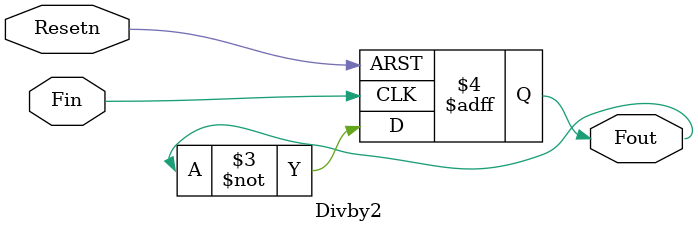
<source format=v>
/**************************************
* Module: Divby2
* Date:2015-05-03  
* Author: saul     
*
* Description: 
***************************************/
module  Divby2(
Fin,
Fout,
Resetn
);

//Inputs
input Fin; // Input clock
input Resetn; // Reset active low

//Outputs
output reg Fout; //Fout = Fin/2

always @(posedge Fin, negedge Resetn)
begin
    if (Resetn == 0)
        Fout <= 0;
    else
        Fout <= ~Fout;
end

endmodule


</source>
